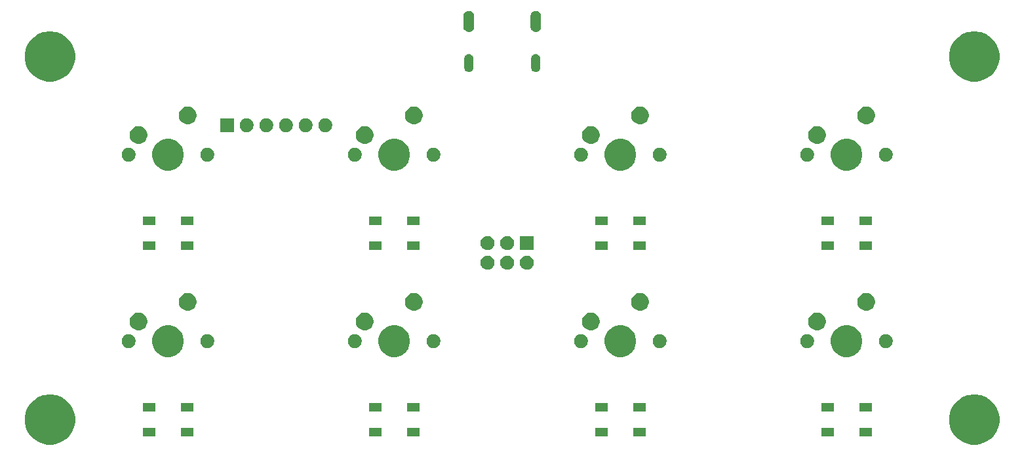
<source format=gbr>
G04 #@! TF.GenerationSoftware,KiCad,Pcbnew,(5.1.5)-3*
G04 #@! TF.CreationDate,2020-04-15T22:49:56+02:00*
G04 #@! TF.ProjectId,makroboard,6d616b72-6f62-46f6-9172-642e6b696361,rev?*
G04 #@! TF.SameCoordinates,Original*
G04 #@! TF.FileFunction,Soldermask,Top*
G04 #@! TF.FilePolarity,Negative*
%FSLAX46Y46*%
G04 Gerber Fmt 4.6, Leading zero omitted, Abs format (unit mm)*
G04 Created by KiCad (PCBNEW (5.1.5)-3) date 2020-04-15 22:49:56*
%MOMM*%
%LPD*%
G04 APERTURE LIST*
%ADD10C,0.100000*%
G04 APERTURE END LIST*
D10*
G36*
X154304239Y-71741467D02*
G01*
X154618282Y-71803934D01*
X155209926Y-72049001D01*
X155742392Y-72404784D01*
X156195216Y-72857608D01*
X156550999Y-73390074D01*
X156796066Y-73981718D01*
X156921000Y-74609804D01*
X156921000Y-75250196D01*
X156796066Y-75878282D01*
X156550999Y-76469926D01*
X156195216Y-77002392D01*
X155742392Y-77455216D01*
X155209926Y-77810999D01*
X154618282Y-78056066D01*
X154304239Y-78118533D01*
X153990197Y-78181000D01*
X153349803Y-78181000D01*
X153035761Y-78118533D01*
X152721718Y-78056066D01*
X152130074Y-77810999D01*
X151597608Y-77455216D01*
X151144784Y-77002392D01*
X150789001Y-76469926D01*
X150543934Y-75878282D01*
X150419000Y-75250196D01*
X150419000Y-74609804D01*
X150543934Y-73981718D01*
X150789001Y-73390074D01*
X151144784Y-72857608D01*
X151597608Y-72404784D01*
X152130074Y-72049001D01*
X152721718Y-71803934D01*
X153035761Y-71741467D01*
X153349803Y-71679000D01*
X153990197Y-71679000D01*
X154304239Y-71741467D01*
G37*
G36*
X34924239Y-71741467D02*
G01*
X35238282Y-71803934D01*
X35829926Y-72049001D01*
X36362392Y-72404784D01*
X36815216Y-72857608D01*
X37170999Y-73390074D01*
X37416066Y-73981718D01*
X37541000Y-74609804D01*
X37541000Y-75250196D01*
X37416066Y-75878282D01*
X37170999Y-76469926D01*
X36815216Y-77002392D01*
X36362392Y-77455216D01*
X35829926Y-77810999D01*
X35238282Y-78056066D01*
X34924239Y-78118533D01*
X34610197Y-78181000D01*
X33969803Y-78181000D01*
X33655761Y-78118533D01*
X33341718Y-78056066D01*
X32750074Y-77810999D01*
X32217608Y-77455216D01*
X31764784Y-77002392D01*
X31409001Y-76469926D01*
X31163934Y-75878282D01*
X31039000Y-75250196D01*
X31039000Y-74609804D01*
X31163934Y-73981718D01*
X31409001Y-73390074D01*
X31764784Y-72857608D01*
X32217608Y-72404784D01*
X32750074Y-72049001D01*
X33341718Y-71803934D01*
X33655761Y-71741467D01*
X33969803Y-71679000D01*
X34610197Y-71679000D01*
X34924239Y-71741467D01*
G37*
G36*
X77091000Y-77081000D02*
G01*
X75489000Y-77081000D01*
X75489000Y-75979000D01*
X77091000Y-75979000D01*
X77091000Y-77081000D01*
G37*
G36*
X81991000Y-77081000D02*
G01*
X80389000Y-77081000D01*
X80389000Y-75979000D01*
X81991000Y-75979000D01*
X81991000Y-77081000D01*
G37*
G36*
X52781000Y-77081000D02*
G01*
X51179000Y-77081000D01*
X51179000Y-75979000D01*
X52781000Y-75979000D01*
X52781000Y-77081000D01*
G37*
G36*
X47881000Y-77081000D02*
G01*
X46279000Y-77081000D01*
X46279000Y-75979000D01*
X47881000Y-75979000D01*
X47881000Y-77081000D01*
G37*
G36*
X111201000Y-77081000D02*
G01*
X109599000Y-77081000D01*
X109599000Y-75979000D01*
X111201000Y-75979000D01*
X111201000Y-77081000D01*
G37*
G36*
X106301000Y-77081000D02*
G01*
X104699000Y-77081000D01*
X104699000Y-75979000D01*
X106301000Y-75979000D01*
X106301000Y-77081000D01*
G37*
G36*
X135511000Y-77081000D02*
G01*
X133909000Y-77081000D01*
X133909000Y-75979000D01*
X135511000Y-75979000D01*
X135511000Y-77081000D01*
G37*
G36*
X140411000Y-77081000D02*
G01*
X138809000Y-77081000D01*
X138809000Y-75979000D01*
X140411000Y-75979000D01*
X140411000Y-77081000D01*
G37*
G36*
X111201000Y-73881000D02*
G01*
X109599000Y-73881000D01*
X109599000Y-72779000D01*
X111201000Y-72779000D01*
X111201000Y-73881000D01*
G37*
G36*
X52781000Y-73881000D02*
G01*
X51179000Y-73881000D01*
X51179000Y-72779000D01*
X52781000Y-72779000D01*
X52781000Y-73881000D01*
G37*
G36*
X81991000Y-73881000D02*
G01*
X80389000Y-73881000D01*
X80389000Y-72779000D01*
X81991000Y-72779000D01*
X81991000Y-73881000D01*
G37*
G36*
X47881000Y-73881000D02*
G01*
X46279000Y-73881000D01*
X46279000Y-72779000D01*
X47881000Y-72779000D01*
X47881000Y-73881000D01*
G37*
G36*
X77091000Y-73881000D02*
G01*
X75489000Y-73881000D01*
X75489000Y-72779000D01*
X77091000Y-72779000D01*
X77091000Y-73881000D01*
G37*
G36*
X106301000Y-73881000D02*
G01*
X104699000Y-73881000D01*
X104699000Y-72779000D01*
X106301000Y-72779000D01*
X106301000Y-73881000D01*
G37*
G36*
X135511000Y-73881000D02*
G01*
X133909000Y-73881000D01*
X133909000Y-72779000D01*
X135511000Y-72779000D01*
X135511000Y-73881000D01*
G37*
G36*
X140411000Y-73881000D02*
G01*
X138809000Y-73881000D01*
X138809000Y-72779000D01*
X140411000Y-72779000D01*
X140411000Y-73881000D01*
G37*
G36*
X137758254Y-62797818D02*
G01*
X138131511Y-62952426D01*
X138131513Y-62952427D01*
X138467436Y-63176884D01*
X138753116Y-63462564D01*
X138977574Y-63798489D01*
X139132182Y-64171746D01*
X139211000Y-64567993D01*
X139211000Y-64972007D01*
X139132182Y-65368254D01*
X138977574Y-65741511D01*
X138977573Y-65741513D01*
X138753116Y-66077436D01*
X138467436Y-66363116D01*
X138131513Y-66587573D01*
X138131512Y-66587574D01*
X138131511Y-66587574D01*
X137758254Y-66742182D01*
X137362007Y-66821000D01*
X136957993Y-66821000D01*
X136561746Y-66742182D01*
X136188489Y-66587574D01*
X136188488Y-66587574D01*
X136188487Y-66587573D01*
X135852564Y-66363116D01*
X135566884Y-66077436D01*
X135342427Y-65741513D01*
X135342426Y-65741511D01*
X135187818Y-65368254D01*
X135109000Y-64972007D01*
X135109000Y-64567993D01*
X135187818Y-64171746D01*
X135342426Y-63798489D01*
X135566884Y-63462564D01*
X135852564Y-63176884D01*
X136188487Y-62952427D01*
X136188489Y-62952426D01*
X136561746Y-62797818D01*
X136957993Y-62719000D01*
X137362007Y-62719000D01*
X137758254Y-62797818D01*
G37*
G36*
X79338254Y-62797818D02*
G01*
X79711511Y-62952426D01*
X79711513Y-62952427D01*
X80047436Y-63176884D01*
X80333116Y-63462564D01*
X80557574Y-63798489D01*
X80712182Y-64171746D01*
X80791000Y-64567993D01*
X80791000Y-64972007D01*
X80712182Y-65368254D01*
X80557574Y-65741511D01*
X80557573Y-65741513D01*
X80333116Y-66077436D01*
X80047436Y-66363116D01*
X79711513Y-66587573D01*
X79711512Y-66587574D01*
X79711511Y-66587574D01*
X79338254Y-66742182D01*
X78942007Y-66821000D01*
X78537993Y-66821000D01*
X78141746Y-66742182D01*
X77768489Y-66587574D01*
X77768488Y-66587574D01*
X77768487Y-66587573D01*
X77432564Y-66363116D01*
X77146884Y-66077436D01*
X76922427Y-65741513D01*
X76922426Y-65741511D01*
X76767818Y-65368254D01*
X76689000Y-64972007D01*
X76689000Y-64567993D01*
X76767818Y-64171746D01*
X76922426Y-63798489D01*
X77146884Y-63462564D01*
X77432564Y-63176884D01*
X77768487Y-62952427D01*
X77768489Y-62952426D01*
X78141746Y-62797818D01*
X78537993Y-62719000D01*
X78942007Y-62719000D01*
X79338254Y-62797818D01*
G37*
G36*
X50128254Y-62797818D02*
G01*
X50501511Y-62952426D01*
X50501513Y-62952427D01*
X50837436Y-63176884D01*
X51123116Y-63462564D01*
X51347574Y-63798489D01*
X51502182Y-64171746D01*
X51581000Y-64567993D01*
X51581000Y-64972007D01*
X51502182Y-65368254D01*
X51347574Y-65741511D01*
X51347573Y-65741513D01*
X51123116Y-66077436D01*
X50837436Y-66363116D01*
X50501513Y-66587573D01*
X50501512Y-66587574D01*
X50501511Y-66587574D01*
X50128254Y-66742182D01*
X49732007Y-66821000D01*
X49327993Y-66821000D01*
X48931746Y-66742182D01*
X48558489Y-66587574D01*
X48558488Y-66587574D01*
X48558487Y-66587573D01*
X48222564Y-66363116D01*
X47936884Y-66077436D01*
X47712427Y-65741513D01*
X47712426Y-65741511D01*
X47557818Y-65368254D01*
X47479000Y-64972007D01*
X47479000Y-64567993D01*
X47557818Y-64171746D01*
X47712426Y-63798489D01*
X47936884Y-63462564D01*
X48222564Y-63176884D01*
X48558487Y-62952427D01*
X48558489Y-62952426D01*
X48931746Y-62797818D01*
X49327993Y-62719000D01*
X49732007Y-62719000D01*
X50128254Y-62797818D01*
G37*
G36*
X108548254Y-62797818D02*
G01*
X108921511Y-62952426D01*
X108921513Y-62952427D01*
X109257436Y-63176884D01*
X109543116Y-63462564D01*
X109767574Y-63798489D01*
X109922182Y-64171746D01*
X110001000Y-64567993D01*
X110001000Y-64972007D01*
X109922182Y-65368254D01*
X109767574Y-65741511D01*
X109767573Y-65741513D01*
X109543116Y-66077436D01*
X109257436Y-66363116D01*
X108921513Y-66587573D01*
X108921512Y-66587574D01*
X108921511Y-66587574D01*
X108548254Y-66742182D01*
X108152007Y-66821000D01*
X107747993Y-66821000D01*
X107351746Y-66742182D01*
X106978489Y-66587574D01*
X106978488Y-66587574D01*
X106978487Y-66587573D01*
X106642564Y-66363116D01*
X106356884Y-66077436D01*
X106132427Y-65741513D01*
X106132426Y-65741511D01*
X105977818Y-65368254D01*
X105899000Y-64972007D01*
X105899000Y-64567993D01*
X105977818Y-64171746D01*
X106132426Y-63798489D01*
X106356884Y-63462564D01*
X106642564Y-63176884D01*
X106978487Y-62952427D01*
X106978489Y-62952426D01*
X107351746Y-62797818D01*
X107747993Y-62719000D01*
X108152007Y-62719000D01*
X108548254Y-62797818D01*
G37*
G36*
X54723512Y-63873927D02*
G01*
X54872812Y-63903624D01*
X55036784Y-63971544D01*
X55184354Y-64070147D01*
X55309853Y-64195646D01*
X55408456Y-64343216D01*
X55476376Y-64507188D01*
X55511000Y-64681259D01*
X55511000Y-64858741D01*
X55476376Y-65032812D01*
X55408456Y-65196784D01*
X55309853Y-65344354D01*
X55184354Y-65469853D01*
X55036784Y-65568456D01*
X54872812Y-65636376D01*
X54723512Y-65666073D01*
X54698742Y-65671000D01*
X54521258Y-65671000D01*
X54496488Y-65666073D01*
X54347188Y-65636376D01*
X54183216Y-65568456D01*
X54035646Y-65469853D01*
X53910147Y-65344354D01*
X53811544Y-65196784D01*
X53743624Y-65032812D01*
X53709000Y-64858741D01*
X53709000Y-64681259D01*
X53743624Y-64507188D01*
X53811544Y-64343216D01*
X53910147Y-64195646D01*
X54035646Y-64070147D01*
X54183216Y-63971544D01*
X54347188Y-63903624D01*
X54496488Y-63873927D01*
X54521258Y-63869000D01*
X54698742Y-63869000D01*
X54723512Y-63873927D01*
G37*
G36*
X102983512Y-63873927D02*
G01*
X103132812Y-63903624D01*
X103296784Y-63971544D01*
X103444354Y-64070147D01*
X103569853Y-64195646D01*
X103668456Y-64343216D01*
X103736376Y-64507188D01*
X103771000Y-64681259D01*
X103771000Y-64858741D01*
X103736376Y-65032812D01*
X103668456Y-65196784D01*
X103569853Y-65344354D01*
X103444354Y-65469853D01*
X103296784Y-65568456D01*
X103132812Y-65636376D01*
X102983512Y-65666073D01*
X102958742Y-65671000D01*
X102781258Y-65671000D01*
X102756488Y-65666073D01*
X102607188Y-65636376D01*
X102443216Y-65568456D01*
X102295646Y-65469853D01*
X102170147Y-65344354D01*
X102071544Y-65196784D01*
X102003624Y-65032812D01*
X101969000Y-64858741D01*
X101969000Y-64681259D01*
X102003624Y-64507188D01*
X102071544Y-64343216D01*
X102170147Y-64195646D01*
X102295646Y-64070147D01*
X102443216Y-63971544D01*
X102607188Y-63903624D01*
X102756488Y-63873927D01*
X102781258Y-63869000D01*
X102958742Y-63869000D01*
X102983512Y-63873927D01*
G37*
G36*
X132193512Y-63873927D02*
G01*
X132342812Y-63903624D01*
X132506784Y-63971544D01*
X132654354Y-64070147D01*
X132779853Y-64195646D01*
X132878456Y-64343216D01*
X132946376Y-64507188D01*
X132981000Y-64681259D01*
X132981000Y-64858741D01*
X132946376Y-65032812D01*
X132878456Y-65196784D01*
X132779853Y-65344354D01*
X132654354Y-65469853D01*
X132506784Y-65568456D01*
X132342812Y-65636376D01*
X132193512Y-65666073D01*
X132168742Y-65671000D01*
X131991258Y-65671000D01*
X131966488Y-65666073D01*
X131817188Y-65636376D01*
X131653216Y-65568456D01*
X131505646Y-65469853D01*
X131380147Y-65344354D01*
X131281544Y-65196784D01*
X131213624Y-65032812D01*
X131179000Y-64858741D01*
X131179000Y-64681259D01*
X131213624Y-64507188D01*
X131281544Y-64343216D01*
X131380147Y-64195646D01*
X131505646Y-64070147D01*
X131653216Y-63971544D01*
X131817188Y-63903624D01*
X131966488Y-63873927D01*
X131991258Y-63869000D01*
X132168742Y-63869000D01*
X132193512Y-63873927D01*
G37*
G36*
X142353512Y-63873927D02*
G01*
X142502812Y-63903624D01*
X142666784Y-63971544D01*
X142814354Y-64070147D01*
X142939853Y-64195646D01*
X143038456Y-64343216D01*
X143106376Y-64507188D01*
X143141000Y-64681259D01*
X143141000Y-64858741D01*
X143106376Y-65032812D01*
X143038456Y-65196784D01*
X142939853Y-65344354D01*
X142814354Y-65469853D01*
X142666784Y-65568456D01*
X142502812Y-65636376D01*
X142353512Y-65666073D01*
X142328742Y-65671000D01*
X142151258Y-65671000D01*
X142126488Y-65666073D01*
X141977188Y-65636376D01*
X141813216Y-65568456D01*
X141665646Y-65469853D01*
X141540147Y-65344354D01*
X141441544Y-65196784D01*
X141373624Y-65032812D01*
X141339000Y-64858741D01*
X141339000Y-64681259D01*
X141373624Y-64507188D01*
X141441544Y-64343216D01*
X141540147Y-64195646D01*
X141665646Y-64070147D01*
X141813216Y-63971544D01*
X141977188Y-63903624D01*
X142126488Y-63873927D01*
X142151258Y-63869000D01*
X142328742Y-63869000D01*
X142353512Y-63873927D01*
G37*
G36*
X83933512Y-63873927D02*
G01*
X84082812Y-63903624D01*
X84246784Y-63971544D01*
X84394354Y-64070147D01*
X84519853Y-64195646D01*
X84618456Y-64343216D01*
X84686376Y-64507188D01*
X84721000Y-64681259D01*
X84721000Y-64858741D01*
X84686376Y-65032812D01*
X84618456Y-65196784D01*
X84519853Y-65344354D01*
X84394354Y-65469853D01*
X84246784Y-65568456D01*
X84082812Y-65636376D01*
X83933512Y-65666073D01*
X83908742Y-65671000D01*
X83731258Y-65671000D01*
X83706488Y-65666073D01*
X83557188Y-65636376D01*
X83393216Y-65568456D01*
X83245646Y-65469853D01*
X83120147Y-65344354D01*
X83021544Y-65196784D01*
X82953624Y-65032812D01*
X82919000Y-64858741D01*
X82919000Y-64681259D01*
X82953624Y-64507188D01*
X83021544Y-64343216D01*
X83120147Y-64195646D01*
X83245646Y-64070147D01*
X83393216Y-63971544D01*
X83557188Y-63903624D01*
X83706488Y-63873927D01*
X83731258Y-63869000D01*
X83908742Y-63869000D01*
X83933512Y-63873927D01*
G37*
G36*
X113143512Y-63873927D02*
G01*
X113292812Y-63903624D01*
X113456784Y-63971544D01*
X113604354Y-64070147D01*
X113729853Y-64195646D01*
X113828456Y-64343216D01*
X113896376Y-64507188D01*
X113931000Y-64681259D01*
X113931000Y-64858741D01*
X113896376Y-65032812D01*
X113828456Y-65196784D01*
X113729853Y-65344354D01*
X113604354Y-65469853D01*
X113456784Y-65568456D01*
X113292812Y-65636376D01*
X113143512Y-65666073D01*
X113118742Y-65671000D01*
X112941258Y-65671000D01*
X112916488Y-65666073D01*
X112767188Y-65636376D01*
X112603216Y-65568456D01*
X112455646Y-65469853D01*
X112330147Y-65344354D01*
X112231544Y-65196784D01*
X112163624Y-65032812D01*
X112129000Y-64858741D01*
X112129000Y-64681259D01*
X112163624Y-64507188D01*
X112231544Y-64343216D01*
X112330147Y-64195646D01*
X112455646Y-64070147D01*
X112603216Y-63971544D01*
X112767188Y-63903624D01*
X112916488Y-63873927D01*
X112941258Y-63869000D01*
X113118742Y-63869000D01*
X113143512Y-63873927D01*
G37*
G36*
X44563512Y-63873927D02*
G01*
X44712812Y-63903624D01*
X44876784Y-63971544D01*
X45024354Y-64070147D01*
X45149853Y-64195646D01*
X45248456Y-64343216D01*
X45316376Y-64507188D01*
X45351000Y-64681259D01*
X45351000Y-64858741D01*
X45316376Y-65032812D01*
X45248456Y-65196784D01*
X45149853Y-65344354D01*
X45024354Y-65469853D01*
X44876784Y-65568456D01*
X44712812Y-65636376D01*
X44563512Y-65666073D01*
X44538742Y-65671000D01*
X44361258Y-65671000D01*
X44336488Y-65666073D01*
X44187188Y-65636376D01*
X44023216Y-65568456D01*
X43875646Y-65469853D01*
X43750147Y-65344354D01*
X43651544Y-65196784D01*
X43583624Y-65032812D01*
X43549000Y-64858741D01*
X43549000Y-64681259D01*
X43583624Y-64507188D01*
X43651544Y-64343216D01*
X43750147Y-64195646D01*
X43875646Y-64070147D01*
X44023216Y-63971544D01*
X44187188Y-63903624D01*
X44336488Y-63873927D01*
X44361258Y-63869000D01*
X44538742Y-63869000D01*
X44563512Y-63873927D01*
G37*
G36*
X73773512Y-63873927D02*
G01*
X73922812Y-63903624D01*
X74086784Y-63971544D01*
X74234354Y-64070147D01*
X74359853Y-64195646D01*
X74458456Y-64343216D01*
X74526376Y-64507188D01*
X74561000Y-64681259D01*
X74561000Y-64858741D01*
X74526376Y-65032812D01*
X74458456Y-65196784D01*
X74359853Y-65344354D01*
X74234354Y-65469853D01*
X74086784Y-65568456D01*
X73922812Y-65636376D01*
X73773512Y-65666073D01*
X73748742Y-65671000D01*
X73571258Y-65671000D01*
X73546488Y-65666073D01*
X73397188Y-65636376D01*
X73233216Y-65568456D01*
X73085646Y-65469853D01*
X72960147Y-65344354D01*
X72861544Y-65196784D01*
X72793624Y-65032812D01*
X72759000Y-64858741D01*
X72759000Y-64681259D01*
X72793624Y-64507188D01*
X72861544Y-64343216D01*
X72960147Y-64195646D01*
X73085646Y-64070147D01*
X73233216Y-63971544D01*
X73397188Y-63903624D01*
X73546488Y-63873927D01*
X73571258Y-63869000D01*
X73748742Y-63869000D01*
X73773512Y-63873927D01*
G37*
G36*
X75154549Y-61101116D02*
G01*
X75265734Y-61123232D01*
X75475203Y-61209997D01*
X75663720Y-61335960D01*
X75824040Y-61496280D01*
X75950003Y-61684797D01*
X76036768Y-61894266D01*
X76081000Y-62116636D01*
X76081000Y-62343364D01*
X76036768Y-62565734D01*
X75950003Y-62775203D01*
X75824040Y-62963720D01*
X75663720Y-63124040D01*
X75475203Y-63250003D01*
X75265734Y-63336768D01*
X75154549Y-63358884D01*
X75043365Y-63381000D01*
X74816635Y-63381000D01*
X74705451Y-63358884D01*
X74594266Y-63336768D01*
X74384797Y-63250003D01*
X74196280Y-63124040D01*
X74035960Y-62963720D01*
X73909997Y-62775203D01*
X73823232Y-62565734D01*
X73779000Y-62343364D01*
X73779000Y-62116636D01*
X73823232Y-61894266D01*
X73909997Y-61684797D01*
X74035960Y-61496280D01*
X74196280Y-61335960D01*
X74384797Y-61209997D01*
X74594266Y-61123232D01*
X74705451Y-61101116D01*
X74816635Y-61079000D01*
X75043365Y-61079000D01*
X75154549Y-61101116D01*
G37*
G36*
X45944549Y-61101116D02*
G01*
X46055734Y-61123232D01*
X46265203Y-61209997D01*
X46453720Y-61335960D01*
X46614040Y-61496280D01*
X46740003Y-61684797D01*
X46826768Y-61894266D01*
X46871000Y-62116636D01*
X46871000Y-62343364D01*
X46826768Y-62565734D01*
X46740003Y-62775203D01*
X46614040Y-62963720D01*
X46453720Y-63124040D01*
X46265203Y-63250003D01*
X46055734Y-63336768D01*
X45944549Y-63358884D01*
X45833365Y-63381000D01*
X45606635Y-63381000D01*
X45495451Y-63358884D01*
X45384266Y-63336768D01*
X45174797Y-63250003D01*
X44986280Y-63124040D01*
X44825960Y-62963720D01*
X44699997Y-62775203D01*
X44613232Y-62565734D01*
X44569000Y-62343364D01*
X44569000Y-62116636D01*
X44613232Y-61894266D01*
X44699997Y-61684797D01*
X44825960Y-61496280D01*
X44986280Y-61335960D01*
X45174797Y-61209997D01*
X45384266Y-61123232D01*
X45495451Y-61101116D01*
X45606635Y-61079000D01*
X45833365Y-61079000D01*
X45944549Y-61101116D01*
G37*
G36*
X104364549Y-61101116D02*
G01*
X104475734Y-61123232D01*
X104685203Y-61209997D01*
X104873720Y-61335960D01*
X105034040Y-61496280D01*
X105160003Y-61684797D01*
X105246768Y-61894266D01*
X105291000Y-62116636D01*
X105291000Y-62343364D01*
X105246768Y-62565734D01*
X105160003Y-62775203D01*
X105034040Y-62963720D01*
X104873720Y-63124040D01*
X104685203Y-63250003D01*
X104475734Y-63336768D01*
X104364549Y-63358884D01*
X104253365Y-63381000D01*
X104026635Y-63381000D01*
X103915451Y-63358884D01*
X103804266Y-63336768D01*
X103594797Y-63250003D01*
X103406280Y-63124040D01*
X103245960Y-62963720D01*
X103119997Y-62775203D01*
X103033232Y-62565734D01*
X102989000Y-62343364D01*
X102989000Y-62116636D01*
X103033232Y-61894266D01*
X103119997Y-61684797D01*
X103245960Y-61496280D01*
X103406280Y-61335960D01*
X103594797Y-61209997D01*
X103804266Y-61123232D01*
X103915451Y-61101116D01*
X104026635Y-61079000D01*
X104253365Y-61079000D01*
X104364549Y-61101116D01*
G37*
G36*
X133574549Y-61101116D02*
G01*
X133685734Y-61123232D01*
X133895203Y-61209997D01*
X134083720Y-61335960D01*
X134244040Y-61496280D01*
X134370003Y-61684797D01*
X134456768Y-61894266D01*
X134501000Y-62116636D01*
X134501000Y-62343364D01*
X134456768Y-62565734D01*
X134370003Y-62775203D01*
X134244040Y-62963720D01*
X134083720Y-63124040D01*
X133895203Y-63250003D01*
X133685734Y-63336768D01*
X133574549Y-63358884D01*
X133463365Y-63381000D01*
X133236635Y-63381000D01*
X133125451Y-63358884D01*
X133014266Y-63336768D01*
X132804797Y-63250003D01*
X132616280Y-63124040D01*
X132455960Y-62963720D01*
X132329997Y-62775203D01*
X132243232Y-62565734D01*
X132199000Y-62343364D01*
X132199000Y-62116636D01*
X132243232Y-61894266D01*
X132329997Y-61684797D01*
X132455960Y-61496280D01*
X132616280Y-61335960D01*
X132804797Y-61209997D01*
X133014266Y-61123232D01*
X133125451Y-61101116D01*
X133236635Y-61079000D01*
X133463365Y-61079000D01*
X133574549Y-61101116D01*
G37*
G36*
X52294549Y-58561116D02*
G01*
X52405734Y-58583232D01*
X52615203Y-58669997D01*
X52803720Y-58795960D01*
X52964040Y-58956280D01*
X53090003Y-59144797D01*
X53176768Y-59354266D01*
X53221000Y-59576636D01*
X53221000Y-59803364D01*
X53176768Y-60025734D01*
X53090003Y-60235203D01*
X52964040Y-60423720D01*
X52803720Y-60584040D01*
X52615203Y-60710003D01*
X52405734Y-60796768D01*
X52294549Y-60818884D01*
X52183365Y-60841000D01*
X51956635Y-60841000D01*
X51845451Y-60818884D01*
X51734266Y-60796768D01*
X51524797Y-60710003D01*
X51336280Y-60584040D01*
X51175960Y-60423720D01*
X51049997Y-60235203D01*
X50963232Y-60025734D01*
X50919000Y-59803364D01*
X50919000Y-59576636D01*
X50963232Y-59354266D01*
X51049997Y-59144797D01*
X51175960Y-58956280D01*
X51336280Y-58795960D01*
X51524797Y-58669997D01*
X51734266Y-58583232D01*
X51845451Y-58561116D01*
X51956635Y-58539000D01*
X52183365Y-58539000D01*
X52294549Y-58561116D01*
G37*
G36*
X110714549Y-58561116D02*
G01*
X110825734Y-58583232D01*
X111035203Y-58669997D01*
X111223720Y-58795960D01*
X111384040Y-58956280D01*
X111510003Y-59144797D01*
X111596768Y-59354266D01*
X111641000Y-59576636D01*
X111641000Y-59803364D01*
X111596768Y-60025734D01*
X111510003Y-60235203D01*
X111384040Y-60423720D01*
X111223720Y-60584040D01*
X111035203Y-60710003D01*
X110825734Y-60796768D01*
X110714549Y-60818884D01*
X110603365Y-60841000D01*
X110376635Y-60841000D01*
X110265451Y-60818884D01*
X110154266Y-60796768D01*
X109944797Y-60710003D01*
X109756280Y-60584040D01*
X109595960Y-60423720D01*
X109469997Y-60235203D01*
X109383232Y-60025734D01*
X109339000Y-59803364D01*
X109339000Y-59576636D01*
X109383232Y-59354266D01*
X109469997Y-59144797D01*
X109595960Y-58956280D01*
X109756280Y-58795960D01*
X109944797Y-58669997D01*
X110154266Y-58583232D01*
X110265451Y-58561116D01*
X110376635Y-58539000D01*
X110603365Y-58539000D01*
X110714549Y-58561116D01*
G37*
G36*
X139924549Y-58561116D02*
G01*
X140035734Y-58583232D01*
X140245203Y-58669997D01*
X140433720Y-58795960D01*
X140594040Y-58956280D01*
X140720003Y-59144797D01*
X140806768Y-59354266D01*
X140851000Y-59576636D01*
X140851000Y-59803364D01*
X140806768Y-60025734D01*
X140720003Y-60235203D01*
X140594040Y-60423720D01*
X140433720Y-60584040D01*
X140245203Y-60710003D01*
X140035734Y-60796768D01*
X139924549Y-60818884D01*
X139813365Y-60841000D01*
X139586635Y-60841000D01*
X139475451Y-60818884D01*
X139364266Y-60796768D01*
X139154797Y-60710003D01*
X138966280Y-60584040D01*
X138805960Y-60423720D01*
X138679997Y-60235203D01*
X138593232Y-60025734D01*
X138549000Y-59803364D01*
X138549000Y-59576636D01*
X138593232Y-59354266D01*
X138679997Y-59144797D01*
X138805960Y-58956280D01*
X138966280Y-58795960D01*
X139154797Y-58669997D01*
X139364266Y-58583232D01*
X139475451Y-58561116D01*
X139586635Y-58539000D01*
X139813365Y-58539000D01*
X139924549Y-58561116D01*
G37*
G36*
X81504549Y-58561116D02*
G01*
X81615734Y-58583232D01*
X81825203Y-58669997D01*
X82013720Y-58795960D01*
X82174040Y-58956280D01*
X82300003Y-59144797D01*
X82386768Y-59354266D01*
X82431000Y-59576636D01*
X82431000Y-59803364D01*
X82386768Y-60025734D01*
X82300003Y-60235203D01*
X82174040Y-60423720D01*
X82013720Y-60584040D01*
X81825203Y-60710003D01*
X81615734Y-60796768D01*
X81504549Y-60818884D01*
X81393365Y-60841000D01*
X81166635Y-60841000D01*
X81055451Y-60818884D01*
X80944266Y-60796768D01*
X80734797Y-60710003D01*
X80546280Y-60584040D01*
X80385960Y-60423720D01*
X80259997Y-60235203D01*
X80173232Y-60025734D01*
X80129000Y-59803364D01*
X80129000Y-59576636D01*
X80173232Y-59354266D01*
X80259997Y-59144797D01*
X80385960Y-58956280D01*
X80546280Y-58795960D01*
X80734797Y-58669997D01*
X80944266Y-58583232D01*
X81055451Y-58561116D01*
X81166635Y-58539000D01*
X81393365Y-58539000D01*
X81504549Y-58561116D01*
G37*
G36*
X95998512Y-53713927D02*
G01*
X96147812Y-53743624D01*
X96311784Y-53811544D01*
X96459354Y-53910147D01*
X96584853Y-54035646D01*
X96683456Y-54183216D01*
X96751376Y-54347188D01*
X96786000Y-54521259D01*
X96786000Y-54698741D01*
X96751376Y-54872812D01*
X96683456Y-55036784D01*
X96584853Y-55184354D01*
X96459354Y-55309853D01*
X96311784Y-55408456D01*
X96147812Y-55476376D01*
X95998512Y-55506073D01*
X95973742Y-55511000D01*
X95796258Y-55511000D01*
X95771488Y-55506073D01*
X95622188Y-55476376D01*
X95458216Y-55408456D01*
X95310646Y-55309853D01*
X95185147Y-55184354D01*
X95086544Y-55036784D01*
X95018624Y-54872812D01*
X94984000Y-54698741D01*
X94984000Y-54521259D01*
X95018624Y-54347188D01*
X95086544Y-54183216D01*
X95185147Y-54035646D01*
X95310646Y-53910147D01*
X95458216Y-53811544D01*
X95622188Y-53743624D01*
X95771488Y-53713927D01*
X95796258Y-53709000D01*
X95973742Y-53709000D01*
X95998512Y-53713927D01*
G37*
G36*
X93458512Y-53713927D02*
G01*
X93607812Y-53743624D01*
X93771784Y-53811544D01*
X93919354Y-53910147D01*
X94044853Y-54035646D01*
X94143456Y-54183216D01*
X94211376Y-54347188D01*
X94246000Y-54521259D01*
X94246000Y-54698741D01*
X94211376Y-54872812D01*
X94143456Y-55036784D01*
X94044853Y-55184354D01*
X93919354Y-55309853D01*
X93771784Y-55408456D01*
X93607812Y-55476376D01*
X93458512Y-55506073D01*
X93433742Y-55511000D01*
X93256258Y-55511000D01*
X93231488Y-55506073D01*
X93082188Y-55476376D01*
X92918216Y-55408456D01*
X92770646Y-55309853D01*
X92645147Y-55184354D01*
X92546544Y-55036784D01*
X92478624Y-54872812D01*
X92444000Y-54698741D01*
X92444000Y-54521259D01*
X92478624Y-54347188D01*
X92546544Y-54183216D01*
X92645147Y-54035646D01*
X92770646Y-53910147D01*
X92918216Y-53811544D01*
X93082188Y-53743624D01*
X93231488Y-53713927D01*
X93256258Y-53709000D01*
X93433742Y-53709000D01*
X93458512Y-53713927D01*
G37*
G36*
X90918512Y-53713927D02*
G01*
X91067812Y-53743624D01*
X91231784Y-53811544D01*
X91379354Y-53910147D01*
X91504853Y-54035646D01*
X91603456Y-54183216D01*
X91671376Y-54347188D01*
X91706000Y-54521259D01*
X91706000Y-54698741D01*
X91671376Y-54872812D01*
X91603456Y-55036784D01*
X91504853Y-55184354D01*
X91379354Y-55309853D01*
X91231784Y-55408456D01*
X91067812Y-55476376D01*
X90918512Y-55506073D01*
X90893742Y-55511000D01*
X90716258Y-55511000D01*
X90691488Y-55506073D01*
X90542188Y-55476376D01*
X90378216Y-55408456D01*
X90230646Y-55309853D01*
X90105147Y-55184354D01*
X90006544Y-55036784D01*
X89938624Y-54872812D01*
X89904000Y-54698741D01*
X89904000Y-54521259D01*
X89938624Y-54347188D01*
X90006544Y-54183216D01*
X90105147Y-54035646D01*
X90230646Y-53910147D01*
X90378216Y-53811544D01*
X90542188Y-53743624D01*
X90691488Y-53713927D01*
X90716258Y-53709000D01*
X90893742Y-53709000D01*
X90918512Y-53713927D01*
G37*
G36*
X90918512Y-51173927D02*
G01*
X91067812Y-51203624D01*
X91231784Y-51271544D01*
X91379354Y-51370147D01*
X91504853Y-51495646D01*
X91603456Y-51643216D01*
X91671376Y-51807188D01*
X91706000Y-51981259D01*
X91706000Y-52158741D01*
X91671376Y-52332812D01*
X91603456Y-52496784D01*
X91504853Y-52644354D01*
X91379354Y-52769853D01*
X91231784Y-52868456D01*
X91067812Y-52936376D01*
X90918512Y-52966073D01*
X90893742Y-52971000D01*
X90716258Y-52971000D01*
X90691488Y-52966073D01*
X90542188Y-52936376D01*
X90378216Y-52868456D01*
X90230646Y-52769853D01*
X90105147Y-52644354D01*
X90006544Y-52496784D01*
X89938624Y-52332812D01*
X89904000Y-52158741D01*
X89904000Y-51981259D01*
X89938624Y-51807188D01*
X90006544Y-51643216D01*
X90105147Y-51495646D01*
X90230646Y-51370147D01*
X90378216Y-51271544D01*
X90542188Y-51203624D01*
X90691488Y-51173927D01*
X90716258Y-51169000D01*
X90893742Y-51169000D01*
X90918512Y-51173927D01*
G37*
G36*
X96786000Y-52971000D02*
G01*
X94984000Y-52971000D01*
X94984000Y-51169000D01*
X96786000Y-51169000D01*
X96786000Y-52971000D01*
G37*
G36*
X93458512Y-51173927D02*
G01*
X93607812Y-51203624D01*
X93771784Y-51271544D01*
X93919354Y-51370147D01*
X94044853Y-51495646D01*
X94143456Y-51643216D01*
X94211376Y-51807188D01*
X94246000Y-51981259D01*
X94246000Y-52158741D01*
X94211376Y-52332812D01*
X94143456Y-52496784D01*
X94044853Y-52644354D01*
X93919354Y-52769853D01*
X93771784Y-52868456D01*
X93607812Y-52936376D01*
X93458512Y-52966073D01*
X93433742Y-52971000D01*
X93256258Y-52971000D01*
X93231488Y-52966073D01*
X93082188Y-52936376D01*
X92918216Y-52868456D01*
X92770646Y-52769853D01*
X92645147Y-52644354D01*
X92546544Y-52496784D01*
X92478624Y-52332812D01*
X92444000Y-52158741D01*
X92444000Y-51981259D01*
X92478624Y-51807188D01*
X92546544Y-51643216D01*
X92645147Y-51495646D01*
X92770646Y-51370147D01*
X92918216Y-51271544D01*
X93082188Y-51203624D01*
X93231488Y-51173927D01*
X93256258Y-51169000D01*
X93433742Y-51169000D01*
X93458512Y-51173927D01*
G37*
G36*
X135511000Y-52951000D02*
G01*
X133909000Y-52951000D01*
X133909000Y-51849000D01*
X135511000Y-51849000D01*
X135511000Y-52951000D01*
G37*
G36*
X140411000Y-52951000D02*
G01*
X138809000Y-52951000D01*
X138809000Y-51849000D01*
X140411000Y-51849000D01*
X140411000Y-52951000D01*
G37*
G36*
X52781000Y-52951000D02*
G01*
X51179000Y-52951000D01*
X51179000Y-51849000D01*
X52781000Y-51849000D01*
X52781000Y-52951000D01*
G37*
G36*
X111201000Y-52951000D02*
G01*
X109599000Y-52951000D01*
X109599000Y-51849000D01*
X111201000Y-51849000D01*
X111201000Y-52951000D01*
G37*
G36*
X47881000Y-52951000D02*
G01*
X46279000Y-52951000D01*
X46279000Y-51849000D01*
X47881000Y-51849000D01*
X47881000Y-52951000D01*
G37*
G36*
X77091000Y-52951000D02*
G01*
X75489000Y-52951000D01*
X75489000Y-51849000D01*
X77091000Y-51849000D01*
X77091000Y-52951000D01*
G37*
G36*
X81991000Y-52951000D02*
G01*
X80389000Y-52951000D01*
X80389000Y-51849000D01*
X81991000Y-51849000D01*
X81991000Y-52951000D01*
G37*
G36*
X106301000Y-52951000D02*
G01*
X104699000Y-52951000D01*
X104699000Y-51849000D01*
X106301000Y-51849000D01*
X106301000Y-52951000D01*
G37*
G36*
X47881000Y-49751000D02*
G01*
X46279000Y-49751000D01*
X46279000Y-48649000D01*
X47881000Y-48649000D01*
X47881000Y-49751000D01*
G37*
G36*
X52781000Y-49751000D02*
G01*
X51179000Y-49751000D01*
X51179000Y-48649000D01*
X52781000Y-48649000D01*
X52781000Y-49751000D01*
G37*
G36*
X135511000Y-49751000D02*
G01*
X133909000Y-49751000D01*
X133909000Y-48649000D01*
X135511000Y-48649000D01*
X135511000Y-49751000D01*
G37*
G36*
X111201000Y-49751000D02*
G01*
X109599000Y-49751000D01*
X109599000Y-48649000D01*
X111201000Y-48649000D01*
X111201000Y-49751000D01*
G37*
G36*
X106301000Y-49751000D02*
G01*
X104699000Y-49751000D01*
X104699000Y-48649000D01*
X106301000Y-48649000D01*
X106301000Y-49751000D01*
G37*
G36*
X77091000Y-49751000D02*
G01*
X75489000Y-49751000D01*
X75489000Y-48649000D01*
X77091000Y-48649000D01*
X77091000Y-49751000D01*
G37*
G36*
X81991000Y-49751000D02*
G01*
X80389000Y-49751000D01*
X80389000Y-48649000D01*
X81991000Y-48649000D01*
X81991000Y-49751000D01*
G37*
G36*
X140411000Y-49751000D02*
G01*
X138809000Y-49751000D01*
X138809000Y-48649000D01*
X140411000Y-48649000D01*
X140411000Y-49751000D01*
G37*
G36*
X108548254Y-38667818D02*
G01*
X108921511Y-38822426D01*
X108921513Y-38822427D01*
X109257436Y-39046884D01*
X109543116Y-39332564D01*
X109767574Y-39668489D01*
X109922182Y-40041746D01*
X110001000Y-40437993D01*
X110001000Y-40842007D01*
X109922182Y-41238254D01*
X109767574Y-41611511D01*
X109767573Y-41611513D01*
X109543116Y-41947436D01*
X109257436Y-42233116D01*
X108921513Y-42457573D01*
X108921512Y-42457574D01*
X108921511Y-42457574D01*
X108548254Y-42612182D01*
X108152007Y-42691000D01*
X107747993Y-42691000D01*
X107351746Y-42612182D01*
X106978489Y-42457574D01*
X106978488Y-42457574D01*
X106978487Y-42457573D01*
X106642564Y-42233116D01*
X106356884Y-41947436D01*
X106132427Y-41611513D01*
X106132426Y-41611511D01*
X105977818Y-41238254D01*
X105899000Y-40842007D01*
X105899000Y-40437993D01*
X105977818Y-40041746D01*
X106132426Y-39668489D01*
X106356884Y-39332564D01*
X106642564Y-39046884D01*
X106978487Y-38822427D01*
X106978489Y-38822426D01*
X107351746Y-38667818D01*
X107747993Y-38589000D01*
X108152007Y-38589000D01*
X108548254Y-38667818D01*
G37*
G36*
X137758254Y-38667818D02*
G01*
X138131511Y-38822426D01*
X138131513Y-38822427D01*
X138467436Y-39046884D01*
X138753116Y-39332564D01*
X138977574Y-39668489D01*
X139132182Y-40041746D01*
X139211000Y-40437993D01*
X139211000Y-40842007D01*
X139132182Y-41238254D01*
X138977574Y-41611511D01*
X138977573Y-41611513D01*
X138753116Y-41947436D01*
X138467436Y-42233116D01*
X138131513Y-42457573D01*
X138131512Y-42457574D01*
X138131511Y-42457574D01*
X137758254Y-42612182D01*
X137362007Y-42691000D01*
X136957993Y-42691000D01*
X136561746Y-42612182D01*
X136188489Y-42457574D01*
X136188488Y-42457574D01*
X136188487Y-42457573D01*
X135852564Y-42233116D01*
X135566884Y-41947436D01*
X135342427Y-41611513D01*
X135342426Y-41611511D01*
X135187818Y-41238254D01*
X135109000Y-40842007D01*
X135109000Y-40437993D01*
X135187818Y-40041746D01*
X135342426Y-39668489D01*
X135566884Y-39332564D01*
X135852564Y-39046884D01*
X136188487Y-38822427D01*
X136188489Y-38822426D01*
X136561746Y-38667818D01*
X136957993Y-38589000D01*
X137362007Y-38589000D01*
X137758254Y-38667818D01*
G37*
G36*
X50128254Y-38667818D02*
G01*
X50501511Y-38822426D01*
X50501513Y-38822427D01*
X50837436Y-39046884D01*
X51123116Y-39332564D01*
X51347574Y-39668489D01*
X51502182Y-40041746D01*
X51581000Y-40437993D01*
X51581000Y-40842007D01*
X51502182Y-41238254D01*
X51347574Y-41611511D01*
X51347573Y-41611513D01*
X51123116Y-41947436D01*
X50837436Y-42233116D01*
X50501513Y-42457573D01*
X50501512Y-42457574D01*
X50501511Y-42457574D01*
X50128254Y-42612182D01*
X49732007Y-42691000D01*
X49327993Y-42691000D01*
X48931746Y-42612182D01*
X48558489Y-42457574D01*
X48558488Y-42457574D01*
X48558487Y-42457573D01*
X48222564Y-42233116D01*
X47936884Y-41947436D01*
X47712427Y-41611513D01*
X47712426Y-41611511D01*
X47557818Y-41238254D01*
X47479000Y-40842007D01*
X47479000Y-40437993D01*
X47557818Y-40041746D01*
X47712426Y-39668489D01*
X47936884Y-39332564D01*
X48222564Y-39046884D01*
X48558487Y-38822427D01*
X48558489Y-38822426D01*
X48931746Y-38667818D01*
X49327993Y-38589000D01*
X49732007Y-38589000D01*
X50128254Y-38667818D01*
G37*
G36*
X79338254Y-38667818D02*
G01*
X79711511Y-38822426D01*
X79711513Y-38822427D01*
X80047436Y-39046884D01*
X80333116Y-39332564D01*
X80557574Y-39668489D01*
X80712182Y-40041746D01*
X80791000Y-40437993D01*
X80791000Y-40842007D01*
X80712182Y-41238254D01*
X80557574Y-41611511D01*
X80557573Y-41611513D01*
X80333116Y-41947436D01*
X80047436Y-42233116D01*
X79711513Y-42457573D01*
X79711512Y-42457574D01*
X79711511Y-42457574D01*
X79338254Y-42612182D01*
X78942007Y-42691000D01*
X78537993Y-42691000D01*
X78141746Y-42612182D01*
X77768489Y-42457574D01*
X77768488Y-42457574D01*
X77768487Y-42457573D01*
X77432564Y-42233116D01*
X77146884Y-41947436D01*
X76922427Y-41611513D01*
X76922426Y-41611511D01*
X76767818Y-41238254D01*
X76689000Y-40842007D01*
X76689000Y-40437993D01*
X76767818Y-40041746D01*
X76922426Y-39668489D01*
X77146884Y-39332564D01*
X77432564Y-39046884D01*
X77768487Y-38822427D01*
X77768489Y-38822426D01*
X78141746Y-38667818D01*
X78537993Y-38589000D01*
X78942007Y-38589000D01*
X79338254Y-38667818D01*
G37*
G36*
X73773512Y-39743927D02*
G01*
X73922812Y-39773624D01*
X74086784Y-39841544D01*
X74234354Y-39940147D01*
X74359853Y-40065646D01*
X74458456Y-40213216D01*
X74526376Y-40377188D01*
X74561000Y-40551259D01*
X74561000Y-40728741D01*
X74526376Y-40902812D01*
X74458456Y-41066784D01*
X74359853Y-41214354D01*
X74234354Y-41339853D01*
X74086784Y-41438456D01*
X73922812Y-41506376D01*
X73773512Y-41536073D01*
X73748742Y-41541000D01*
X73571258Y-41541000D01*
X73546488Y-41536073D01*
X73397188Y-41506376D01*
X73233216Y-41438456D01*
X73085646Y-41339853D01*
X72960147Y-41214354D01*
X72861544Y-41066784D01*
X72793624Y-40902812D01*
X72759000Y-40728741D01*
X72759000Y-40551259D01*
X72793624Y-40377188D01*
X72861544Y-40213216D01*
X72960147Y-40065646D01*
X73085646Y-39940147D01*
X73233216Y-39841544D01*
X73397188Y-39773624D01*
X73546488Y-39743927D01*
X73571258Y-39739000D01*
X73748742Y-39739000D01*
X73773512Y-39743927D01*
G37*
G36*
X83933512Y-39743927D02*
G01*
X84082812Y-39773624D01*
X84246784Y-39841544D01*
X84394354Y-39940147D01*
X84519853Y-40065646D01*
X84618456Y-40213216D01*
X84686376Y-40377188D01*
X84721000Y-40551259D01*
X84721000Y-40728741D01*
X84686376Y-40902812D01*
X84618456Y-41066784D01*
X84519853Y-41214354D01*
X84394354Y-41339853D01*
X84246784Y-41438456D01*
X84082812Y-41506376D01*
X83933512Y-41536073D01*
X83908742Y-41541000D01*
X83731258Y-41541000D01*
X83706488Y-41536073D01*
X83557188Y-41506376D01*
X83393216Y-41438456D01*
X83245646Y-41339853D01*
X83120147Y-41214354D01*
X83021544Y-41066784D01*
X82953624Y-40902812D01*
X82919000Y-40728741D01*
X82919000Y-40551259D01*
X82953624Y-40377188D01*
X83021544Y-40213216D01*
X83120147Y-40065646D01*
X83245646Y-39940147D01*
X83393216Y-39841544D01*
X83557188Y-39773624D01*
X83706488Y-39743927D01*
X83731258Y-39739000D01*
X83908742Y-39739000D01*
X83933512Y-39743927D01*
G37*
G36*
X132193512Y-39743927D02*
G01*
X132342812Y-39773624D01*
X132506784Y-39841544D01*
X132654354Y-39940147D01*
X132779853Y-40065646D01*
X132878456Y-40213216D01*
X132946376Y-40377188D01*
X132981000Y-40551259D01*
X132981000Y-40728741D01*
X132946376Y-40902812D01*
X132878456Y-41066784D01*
X132779853Y-41214354D01*
X132654354Y-41339853D01*
X132506784Y-41438456D01*
X132342812Y-41506376D01*
X132193512Y-41536073D01*
X132168742Y-41541000D01*
X131991258Y-41541000D01*
X131966488Y-41536073D01*
X131817188Y-41506376D01*
X131653216Y-41438456D01*
X131505646Y-41339853D01*
X131380147Y-41214354D01*
X131281544Y-41066784D01*
X131213624Y-40902812D01*
X131179000Y-40728741D01*
X131179000Y-40551259D01*
X131213624Y-40377188D01*
X131281544Y-40213216D01*
X131380147Y-40065646D01*
X131505646Y-39940147D01*
X131653216Y-39841544D01*
X131817188Y-39773624D01*
X131966488Y-39743927D01*
X131991258Y-39739000D01*
X132168742Y-39739000D01*
X132193512Y-39743927D01*
G37*
G36*
X142353512Y-39743927D02*
G01*
X142502812Y-39773624D01*
X142666784Y-39841544D01*
X142814354Y-39940147D01*
X142939853Y-40065646D01*
X143038456Y-40213216D01*
X143106376Y-40377188D01*
X143141000Y-40551259D01*
X143141000Y-40728741D01*
X143106376Y-40902812D01*
X143038456Y-41066784D01*
X142939853Y-41214354D01*
X142814354Y-41339853D01*
X142666784Y-41438456D01*
X142502812Y-41506376D01*
X142353512Y-41536073D01*
X142328742Y-41541000D01*
X142151258Y-41541000D01*
X142126488Y-41536073D01*
X141977188Y-41506376D01*
X141813216Y-41438456D01*
X141665646Y-41339853D01*
X141540147Y-41214354D01*
X141441544Y-41066784D01*
X141373624Y-40902812D01*
X141339000Y-40728741D01*
X141339000Y-40551259D01*
X141373624Y-40377188D01*
X141441544Y-40213216D01*
X141540147Y-40065646D01*
X141665646Y-39940147D01*
X141813216Y-39841544D01*
X141977188Y-39773624D01*
X142126488Y-39743927D01*
X142151258Y-39739000D01*
X142328742Y-39739000D01*
X142353512Y-39743927D01*
G37*
G36*
X102983512Y-39743927D02*
G01*
X103132812Y-39773624D01*
X103296784Y-39841544D01*
X103444354Y-39940147D01*
X103569853Y-40065646D01*
X103668456Y-40213216D01*
X103736376Y-40377188D01*
X103771000Y-40551259D01*
X103771000Y-40728741D01*
X103736376Y-40902812D01*
X103668456Y-41066784D01*
X103569853Y-41214354D01*
X103444354Y-41339853D01*
X103296784Y-41438456D01*
X103132812Y-41506376D01*
X102983512Y-41536073D01*
X102958742Y-41541000D01*
X102781258Y-41541000D01*
X102756488Y-41536073D01*
X102607188Y-41506376D01*
X102443216Y-41438456D01*
X102295646Y-41339853D01*
X102170147Y-41214354D01*
X102071544Y-41066784D01*
X102003624Y-40902812D01*
X101969000Y-40728741D01*
X101969000Y-40551259D01*
X102003624Y-40377188D01*
X102071544Y-40213216D01*
X102170147Y-40065646D01*
X102295646Y-39940147D01*
X102443216Y-39841544D01*
X102607188Y-39773624D01*
X102756488Y-39743927D01*
X102781258Y-39739000D01*
X102958742Y-39739000D01*
X102983512Y-39743927D01*
G37*
G36*
X44563512Y-39743927D02*
G01*
X44712812Y-39773624D01*
X44876784Y-39841544D01*
X45024354Y-39940147D01*
X45149853Y-40065646D01*
X45248456Y-40213216D01*
X45316376Y-40377188D01*
X45351000Y-40551259D01*
X45351000Y-40728741D01*
X45316376Y-40902812D01*
X45248456Y-41066784D01*
X45149853Y-41214354D01*
X45024354Y-41339853D01*
X44876784Y-41438456D01*
X44712812Y-41506376D01*
X44563512Y-41536073D01*
X44538742Y-41541000D01*
X44361258Y-41541000D01*
X44336488Y-41536073D01*
X44187188Y-41506376D01*
X44023216Y-41438456D01*
X43875646Y-41339853D01*
X43750147Y-41214354D01*
X43651544Y-41066784D01*
X43583624Y-40902812D01*
X43549000Y-40728741D01*
X43549000Y-40551259D01*
X43583624Y-40377188D01*
X43651544Y-40213216D01*
X43750147Y-40065646D01*
X43875646Y-39940147D01*
X44023216Y-39841544D01*
X44187188Y-39773624D01*
X44336488Y-39743927D01*
X44361258Y-39739000D01*
X44538742Y-39739000D01*
X44563512Y-39743927D01*
G37*
G36*
X54723512Y-39743927D02*
G01*
X54872812Y-39773624D01*
X55036784Y-39841544D01*
X55184354Y-39940147D01*
X55309853Y-40065646D01*
X55408456Y-40213216D01*
X55476376Y-40377188D01*
X55511000Y-40551259D01*
X55511000Y-40728741D01*
X55476376Y-40902812D01*
X55408456Y-41066784D01*
X55309853Y-41214354D01*
X55184354Y-41339853D01*
X55036784Y-41438456D01*
X54872812Y-41506376D01*
X54723512Y-41536073D01*
X54698742Y-41541000D01*
X54521258Y-41541000D01*
X54496488Y-41536073D01*
X54347188Y-41506376D01*
X54183216Y-41438456D01*
X54035646Y-41339853D01*
X53910147Y-41214354D01*
X53811544Y-41066784D01*
X53743624Y-40902812D01*
X53709000Y-40728741D01*
X53709000Y-40551259D01*
X53743624Y-40377188D01*
X53811544Y-40213216D01*
X53910147Y-40065646D01*
X54035646Y-39940147D01*
X54183216Y-39841544D01*
X54347188Y-39773624D01*
X54496488Y-39743927D01*
X54521258Y-39739000D01*
X54698742Y-39739000D01*
X54723512Y-39743927D01*
G37*
G36*
X113143512Y-39743927D02*
G01*
X113292812Y-39773624D01*
X113456784Y-39841544D01*
X113604354Y-39940147D01*
X113729853Y-40065646D01*
X113828456Y-40213216D01*
X113896376Y-40377188D01*
X113931000Y-40551259D01*
X113931000Y-40728741D01*
X113896376Y-40902812D01*
X113828456Y-41066784D01*
X113729853Y-41214354D01*
X113604354Y-41339853D01*
X113456784Y-41438456D01*
X113292812Y-41506376D01*
X113143512Y-41536073D01*
X113118742Y-41541000D01*
X112941258Y-41541000D01*
X112916488Y-41536073D01*
X112767188Y-41506376D01*
X112603216Y-41438456D01*
X112455646Y-41339853D01*
X112330147Y-41214354D01*
X112231544Y-41066784D01*
X112163624Y-40902812D01*
X112129000Y-40728741D01*
X112129000Y-40551259D01*
X112163624Y-40377188D01*
X112231544Y-40213216D01*
X112330147Y-40065646D01*
X112455646Y-39940147D01*
X112603216Y-39841544D01*
X112767188Y-39773624D01*
X112916488Y-39743927D01*
X112941258Y-39739000D01*
X113118742Y-39739000D01*
X113143512Y-39743927D01*
G37*
G36*
X133574549Y-36971116D02*
G01*
X133685734Y-36993232D01*
X133895203Y-37079997D01*
X134083720Y-37205960D01*
X134244040Y-37366280D01*
X134370003Y-37554797D01*
X134456768Y-37764266D01*
X134501000Y-37986636D01*
X134501000Y-38213364D01*
X134456768Y-38435734D01*
X134370003Y-38645203D01*
X134244040Y-38833720D01*
X134083720Y-38994040D01*
X133895203Y-39120003D01*
X133685734Y-39206768D01*
X133574549Y-39228884D01*
X133463365Y-39251000D01*
X133236635Y-39251000D01*
X133125451Y-39228884D01*
X133014266Y-39206768D01*
X132804797Y-39120003D01*
X132616280Y-38994040D01*
X132455960Y-38833720D01*
X132329997Y-38645203D01*
X132243232Y-38435734D01*
X132199000Y-38213364D01*
X132199000Y-37986636D01*
X132243232Y-37764266D01*
X132329997Y-37554797D01*
X132455960Y-37366280D01*
X132616280Y-37205960D01*
X132804797Y-37079997D01*
X133014266Y-36993232D01*
X133125451Y-36971116D01*
X133236635Y-36949000D01*
X133463365Y-36949000D01*
X133574549Y-36971116D01*
G37*
G36*
X45944549Y-36971116D02*
G01*
X46055734Y-36993232D01*
X46265203Y-37079997D01*
X46453720Y-37205960D01*
X46614040Y-37366280D01*
X46740003Y-37554797D01*
X46826768Y-37764266D01*
X46871000Y-37986636D01*
X46871000Y-38213364D01*
X46826768Y-38435734D01*
X46740003Y-38645203D01*
X46614040Y-38833720D01*
X46453720Y-38994040D01*
X46265203Y-39120003D01*
X46055734Y-39206768D01*
X45944549Y-39228884D01*
X45833365Y-39251000D01*
X45606635Y-39251000D01*
X45495451Y-39228884D01*
X45384266Y-39206768D01*
X45174797Y-39120003D01*
X44986280Y-38994040D01*
X44825960Y-38833720D01*
X44699997Y-38645203D01*
X44613232Y-38435734D01*
X44569000Y-38213364D01*
X44569000Y-37986636D01*
X44613232Y-37764266D01*
X44699997Y-37554797D01*
X44825960Y-37366280D01*
X44986280Y-37205960D01*
X45174797Y-37079997D01*
X45384266Y-36993232D01*
X45495451Y-36971116D01*
X45606635Y-36949000D01*
X45833365Y-36949000D01*
X45944549Y-36971116D01*
G37*
G36*
X75154549Y-36971116D02*
G01*
X75265734Y-36993232D01*
X75475203Y-37079997D01*
X75663720Y-37205960D01*
X75824040Y-37366280D01*
X75950003Y-37554797D01*
X76036768Y-37764266D01*
X76081000Y-37986636D01*
X76081000Y-38213364D01*
X76036768Y-38435734D01*
X75950003Y-38645203D01*
X75824040Y-38833720D01*
X75663720Y-38994040D01*
X75475203Y-39120003D01*
X75265734Y-39206768D01*
X75154549Y-39228884D01*
X75043365Y-39251000D01*
X74816635Y-39251000D01*
X74705451Y-39228884D01*
X74594266Y-39206768D01*
X74384797Y-39120003D01*
X74196280Y-38994040D01*
X74035960Y-38833720D01*
X73909997Y-38645203D01*
X73823232Y-38435734D01*
X73779000Y-38213364D01*
X73779000Y-37986636D01*
X73823232Y-37764266D01*
X73909997Y-37554797D01*
X74035960Y-37366280D01*
X74196280Y-37205960D01*
X74384797Y-37079997D01*
X74594266Y-36993232D01*
X74705451Y-36971116D01*
X74816635Y-36949000D01*
X75043365Y-36949000D01*
X75154549Y-36971116D01*
G37*
G36*
X104364549Y-36971116D02*
G01*
X104475734Y-36993232D01*
X104685203Y-37079997D01*
X104873720Y-37205960D01*
X105034040Y-37366280D01*
X105160003Y-37554797D01*
X105246768Y-37764266D01*
X105291000Y-37986636D01*
X105291000Y-38213364D01*
X105246768Y-38435734D01*
X105160003Y-38645203D01*
X105034040Y-38833720D01*
X104873720Y-38994040D01*
X104685203Y-39120003D01*
X104475734Y-39206768D01*
X104364549Y-39228884D01*
X104253365Y-39251000D01*
X104026635Y-39251000D01*
X103915451Y-39228884D01*
X103804266Y-39206768D01*
X103594797Y-39120003D01*
X103406280Y-38994040D01*
X103245960Y-38833720D01*
X103119997Y-38645203D01*
X103033232Y-38435734D01*
X102989000Y-38213364D01*
X102989000Y-37986636D01*
X103033232Y-37764266D01*
X103119997Y-37554797D01*
X103245960Y-37366280D01*
X103406280Y-37205960D01*
X103594797Y-37079997D01*
X103804266Y-36993232D01*
X103915451Y-36971116D01*
X104026635Y-36949000D01*
X104253365Y-36949000D01*
X104364549Y-36971116D01*
G37*
G36*
X67423512Y-35933927D02*
G01*
X67572812Y-35963624D01*
X67736784Y-36031544D01*
X67884354Y-36130147D01*
X68009853Y-36255646D01*
X68108456Y-36403216D01*
X68176376Y-36567188D01*
X68211000Y-36741259D01*
X68211000Y-36918741D01*
X68176376Y-37092812D01*
X68108456Y-37256784D01*
X68009853Y-37404354D01*
X67884354Y-37529853D01*
X67736784Y-37628456D01*
X67572812Y-37696376D01*
X67423512Y-37726073D01*
X67398742Y-37731000D01*
X67221258Y-37731000D01*
X67196488Y-37726073D01*
X67047188Y-37696376D01*
X66883216Y-37628456D01*
X66735646Y-37529853D01*
X66610147Y-37404354D01*
X66511544Y-37256784D01*
X66443624Y-37092812D01*
X66409000Y-36918741D01*
X66409000Y-36741259D01*
X66443624Y-36567188D01*
X66511544Y-36403216D01*
X66610147Y-36255646D01*
X66735646Y-36130147D01*
X66883216Y-36031544D01*
X67047188Y-35963624D01*
X67196488Y-35933927D01*
X67221258Y-35929000D01*
X67398742Y-35929000D01*
X67423512Y-35933927D01*
G37*
G36*
X69963512Y-35933927D02*
G01*
X70112812Y-35963624D01*
X70276784Y-36031544D01*
X70424354Y-36130147D01*
X70549853Y-36255646D01*
X70648456Y-36403216D01*
X70716376Y-36567188D01*
X70751000Y-36741259D01*
X70751000Y-36918741D01*
X70716376Y-37092812D01*
X70648456Y-37256784D01*
X70549853Y-37404354D01*
X70424354Y-37529853D01*
X70276784Y-37628456D01*
X70112812Y-37696376D01*
X69963512Y-37726073D01*
X69938742Y-37731000D01*
X69761258Y-37731000D01*
X69736488Y-37726073D01*
X69587188Y-37696376D01*
X69423216Y-37628456D01*
X69275646Y-37529853D01*
X69150147Y-37404354D01*
X69051544Y-37256784D01*
X68983624Y-37092812D01*
X68949000Y-36918741D01*
X68949000Y-36741259D01*
X68983624Y-36567188D01*
X69051544Y-36403216D01*
X69150147Y-36255646D01*
X69275646Y-36130147D01*
X69423216Y-36031544D01*
X69587188Y-35963624D01*
X69736488Y-35933927D01*
X69761258Y-35929000D01*
X69938742Y-35929000D01*
X69963512Y-35933927D01*
G37*
G36*
X64883512Y-35933927D02*
G01*
X65032812Y-35963624D01*
X65196784Y-36031544D01*
X65344354Y-36130147D01*
X65469853Y-36255646D01*
X65568456Y-36403216D01*
X65636376Y-36567188D01*
X65671000Y-36741259D01*
X65671000Y-36918741D01*
X65636376Y-37092812D01*
X65568456Y-37256784D01*
X65469853Y-37404354D01*
X65344354Y-37529853D01*
X65196784Y-37628456D01*
X65032812Y-37696376D01*
X64883512Y-37726073D01*
X64858742Y-37731000D01*
X64681258Y-37731000D01*
X64656488Y-37726073D01*
X64507188Y-37696376D01*
X64343216Y-37628456D01*
X64195646Y-37529853D01*
X64070147Y-37404354D01*
X63971544Y-37256784D01*
X63903624Y-37092812D01*
X63869000Y-36918741D01*
X63869000Y-36741259D01*
X63903624Y-36567188D01*
X63971544Y-36403216D01*
X64070147Y-36255646D01*
X64195646Y-36130147D01*
X64343216Y-36031544D01*
X64507188Y-35963624D01*
X64656488Y-35933927D01*
X64681258Y-35929000D01*
X64858742Y-35929000D01*
X64883512Y-35933927D01*
G37*
G36*
X62343512Y-35933927D02*
G01*
X62492812Y-35963624D01*
X62656784Y-36031544D01*
X62804354Y-36130147D01*
X62929853Y-36255646D01*
X63028456Y-36403216D01*
X63096376Y-36567188D01*
X63131000Y-36741259D01*
X63131000Y-36918741D01*
X63096376Y-37092812D01*
X63028456Y-37256784D01*
X62929853Y-37404354D01*
X62804354Y-37529853D01*
X62656784Y-37628456D01*
X62492812Y-37696376D01*
X62343512Y-37726073D01*
X62318742Y-37731000D01*
X62141258Y-37731000D01*
X62116488Y-37726073D01*
X61967188Y-37696376D01*
X61803216Y-37628456D01*
X61655646Y-37529853D01*
X61530147Y-37404354D01*
X61431544Y-37256784D01*
X61363624Y-37092812D01*
X61329000Y-36918741D01*
X61329000Y-36741259D01*
X61363624Y-36567188D01*
X61431544Y-36403216D01*
X61530147Y-36255646D01*
X61655646Y-36130147D01*
X61803216Y-36031544D01*
X61967188Y-35963624D01*
X62116488Y-35933927D01*
X62141258Y-35929000D01*
X62318742Y-35929000D01*
X62343512Y-35933927D01*
G37*
G36*
X59803512Y-35933927D02*
G01*
X59952812Y-35963624D01*
X60116784Y-36031544D01*
X60264354Y-36130147D01*
X60389853Y-36255646D01*
X60488456Y-36403216D01*
X60556376Y-36567188D01*
X60591000Y-36741259D01*
X60591000Y-36918741D01*
X60556376Y-37092812D01*
X60488456Y-37256784D01*
X60389853Y-37404354D01*
X60264354Y-37529853D01*
X60116784Y-37628456D01*
X59952812Y-37696376D01*
X59803512Y-37726073D01*
X59778742Y-37731000D01*
X59601258Y-37731000D01*
X59576488Y-37726073D01*
X59427188Y-37696376D01*
X59263216Y-37628456D01*
X59115646Y-37529853D01*
X58990147Y-37404354D01*
X58891544Y-37256784D01*
X58823624Y-37092812D01*
X58789000Y-36918741D01*
X58789000Y-36741259D01*
X58823624Y-36567188D01*
X58891544Y-36403216D01*
X58990147Y-36255646D01*
X59115646Y-36130147D01*
X59263216Y-36031544D01*
X59427188Y-35963624D01*
X59576488Y-35933927D01*
X59601258Y-35929000D01*
X59778742Y-35929000D01*
X59803512Y-35933927D01*
G37*
G36*
X58051000Y-37731000D02*
G01*
X56249000Y-37731000D01*
X56249000Y-35929000D01*
X58051000Y-35929000D01*
X58051000Y-37731000D01*
G37*
G36*
X81504549Y-34431116D02*
G01*
X81615734Y-34453232D01*
X81825203Y-34539997D01*
X82013720Y-34665960D01*
X82174040Y-34826280D01*
X82300003Y-35014797D01*
X82386768Y-35224266D01*
X82431000Y-35446636D01*
X82431000Y-35673364D01*
X82386768Y-35895734D01*
X82300003Y-36105203D01*
X82174040Y-36293720D01*
X82013720Y-36454040D01*
X81825203Y-36580003D01*
X81615734Y-36666768D01*
X81504549Y-36688884D01*
X81393365Y-36711000D01*
X81166635Y-36711000D01*
X81055451Y-36688884D01*
X80944266Y-36666768D01*
X80734797Y-36580003D01*
X80546280Y-36454040D01*
X80385960Y-36293720D01*
X80259997Y-36105203D01*
X80173232Y-35895734D01*
X80129000Y-35673364D01*
X80129000Y-35446636D01*
X80173232Y-35224266D01*
X80259997Y-35014797D01*
X80385960Y-34826280D01*
X80546280Y-34665960D01*
X80734797Y-34539997D01*
X80944266Y-34453232D01*
X81055451Y-34431116D01*
X81166635Y-34409000D01*
X81393365Y-34409000D01*
X81504549Y-34431116D01*
G37*
G36*
X139924549Y-34431116D02*
G01*
X140035734Y-34453232D01*
X140245203Y-34539997D01*
X140433720Y-34665960D01*
X140594040Y-34826280D01*
X140720003Y-35014797D01*
X140806768Y-35224266D01*
X140851000Y-35446636D01*
X140851000Y-35673364D01*
X140806768Y-35895734D01*
X140720003Y-36105203D01*
X140594040Y-36293720D01*
X140433720Y-36454040D01*
X140245203Y-36580003D01*
X140035734Y-36666768D01*
X139924549Y-36688884D01*
X139813365Y-36711000D01*
X139586635Y-36711000D01*
X139475451Y-36688884D01*
X139364266Y-36666768D01*
X139154797Y-36580003D01*
X138966280Y-36454040D01*
X138805960Y-36293720D01*
X138679997Y-36105203D01*
X138593232Y-35895734D01*
X138549000Y-35673364D01*
X138549000Y-35446636D01*
X138593232Y-35224266D01*
X138679997Y-35014797D01*
X138805960Y-34826280D01*
X138966280Y-34665960D01*
X139154797Y-34539997D01*
X139364266Y-34453232D01*
X139475451Y-34431116D01*
X139586635Y-34409000D01*
X139813365Y-34409000D01*
X139924549Y-34431116D01*
G37*
G36*
X110714549Y-34431116D02*
G01*
X110825734Y-34453232D01*
X111035203Y-34539997D01*
X111223720Y-34665960D01*
X111384040Y-34826280D01*
X111510003Y-35014797D01*
X111596768Y-35224266D01*
X111641000Y-35446636D01*
X111641000Y-35673364D01*
X111596768Y-35895734D01*
X111510003Y-36105203D01*
X111384040Y-36293720D01*
X111223720Y-36454040D01*
X111035203Y-36580003D01*
X110825734Y-36666768D01*
X110714549Y-36688884D01*
X110603365Y-36711000D01*
X110376635Y-36711000D01*
X110265451Y-36688884D01*
X110154266Y-36666768D01*
X109944797Y-36580003D01*
X109756280Y-36454040D01*
X109595960Y-36293720D01*
X109469997Y-36105203D01*
X109383232Y-35895734D01*
X109339000Y-35673364D01*
X109339000Y-35446636D01*
X109383232Y-35224266D01*
X109469997Y-35014797D01*
X109595960Y-34826280D01*
X109756280Y-34665960D01*
X109944797Y-34539997D01*
X110154266Y-34453232D01*
X110265451Y-34431116D01*
X110376635Y-34409000D01*
X110603365Y-34409000D01*
X110714549Y-34431116D01*
G37*
G36*
X52294549Y-34431116D02*
G01*
X52405734Y-34453232D01*
X52615203Y-34539997D01*
X52803720Y-34665960D01*
X52964040Y-34826280D01*
X53090003Y-35014797D01*
X53176768Y-35224266D01*
X53221000Y-35446636D01*
X53221000Y-35673364D01*
X53176768Y-35895734D01*
X53090003Y-36105203D01*
X52964040Y-36293720D01*
X52803720Y-36454040D01*
X52615203Y-36580003D01*
X52405734Y-36666768D01*
X52294549Y-36688884D01*
X52183365Y-36711000D01*
X51956635Y-36711000D01*
X51845451Y-36688884D01*
X51734266Y-36666768D01*
X51524797Y-36580003D01*
X51336280Y-36454040D01*
X51175960Y-36293720D01*
X51049997Y-36105203D01*
X50963232Y-35895734D01*
X50919000Y-35673364D01*
X50919000Y-35446636D01*
X50963232Y-35224266D01*
X51049997Y-35014797D01*
X51175960Y-34826280D01*
X51336280Y-34665960D01*
X51524797Y-34539997D01*
X51734266Y-34453232D01*
X51845451Y-34431116D01*
X51956635Y-34409000D01*
X52183365Y-34409000D01*
X52294549Y-34431116D01*
G37*
G36*
X34870894Y-24740856D02*
G01*
X35238282Y-24813934D01*
X35829926Y-25059001D01*
X36362392Y-25414784D01*
X36815216Y-25867608D01*
X37170999Y-26400074D01*
X37416066Y-26991718D01*
X37541000Y-27619804D01*
X37541000Y-28260196D01*
X37416066Y-28888282D01*
X37170999Y-29479926D01*
X36815216Y-30012392D01*
X36362392Y-30465216D01*
X35829926Y-30820999D01*
X35238282Y-31066066D01*
X34924239Y-31128533D01*
X34610197Y-31191000D01*
X33969803Y-31191000D01*
X33655761Y-31128533D01*
X33341718Y-31066066D01*
X32750074Y-30820999D01*
X32217608Y-30465216D01*
X31764784Y-30012392D01*
X31409001Y-29479926D01*
X31163934Y-28888282D01*
X31039000Y-28260196D01*
X31039000Y-27619804D01*
X31163934Y-26991718D01*
X31409001Y-26400074D01*
X31764784Y-25867608D01*
X32217608Y-25414784D01*
X32750074Y-25059001D01*
X33341718Y-24813934D01*
X33709106Y-24740856D01*
X33969803Y-24689000D01*
X34610197Y-24689000D01*
X34870894Y-24740856D01*
G37*
G36*
X154250894Y-24740856D02*
G01*
X154618282Y-24813934D01*
X155209926Y-25059001D01*
X155742392Y-25414784D01*
X156195216Y-25867608D01*
X156550999Y-26400074D01*
X156796066Y-26991718D01*
X156921000Y-27619804D01*
X156921000Y-28260196D01*
X156796066Y-28888282D01*
X156550999Y-29479926D01*
X156195216Y-30012392D01*
X155742392Y-30465216D01*
X155209926Y-30820999D01*
X154618282Y-31066066D01*
X154304239Y-31128533D01*
X153990197Y-31191000D01*
X153349803Y-31191000D01*
X153035761Y-31128533D01*
X152721718Y-31066066D01*
X152130074Y-30820999D01*
X151597608Y-30465216D01*
X151144784Y-30012392D01*
X150789001Y-29479926D01*
X150543934Y-28888282D01*
X150419000Y-28260196D01*
X150419000Y-27619804D01*
X150543934Y-26991718D01*
X150789001Y-26400074D01*
X151144784Y-25867608D01*
X151597608Y-25414784D01*
X152130074Y-25059001D01*
X152721718Y-24813934D01*
X153089106Y-24740856D01*
X153349803Y-24689000D01*
X153990197Y-24689000D01*
X154250894Y-24740856D01*
G37*
G36*
X97147817Y-27617696D02*
G01*
X97261104Y-27652062D01*
X97365511Y-27707869D01*
X97365513Y-27707870D01*
X97365512Y-27707870D01*
X97457027Y-27782973D01*
X97520711Y-27860572D01*
X97532131Y-27874488D01*
X97587938Y-27978895D01*
X97622304Y-28092182D01*
X97631000Y-28180481D01*
X97631000Y-29339519D01*
X97622304Y-29427818D01*
X97587938Y-29541105D01*
X97532131Y-29645512D01*
X97457027Y-29737027D01*
X97365512Y-29812131D01*
X97261105Y-29867938D01*
X97147818Y-29902304D01*
X97030000Y-29913907D01*
X96912183Y-29902304D01*
X96798896Y-29867938D01*
X96694489Y-29812131D01*
X96602974Y-29737027D01*
X96527870Y-29645512D01*
X96472063Y-29541105D01*
X96437697Y-29427818D01*
X96429001Y-29339519D01*
X96429000Y-28180482D01*
X96437696Y-28092183D01*
X96472062Y-27978896D01*
X96527869Y-27874489D01*
X96541338Y-27858077D01*
X96602973Y-27782973D01*
X96694487Y-27707870D01*
X96694486Y-27707870D01*
X96694488Y-27707869D01*
X96798895Y-27652062D01*
X96912182Y-27617696D01*
X97030000Y-27606093D01*
X97147817Y-27617696D01*
G37*
G36*
X88507817Y-27617696D02*
G01*
X88621104Y-27652062D01*
X88725511Y-27707869D01*
X88725513Y-27707870D01*
X88725512Y-27707870D01*
X88817027Y-27782973D01*
X88880711Y-27860572D01*
X88892131Y-27874488D01*
X88947938Y-27978895D01*
X88982304Y-28092182D01*
X88991000Y-28180481D01*
X88991000Y-29339519D01*
X88982304Y-29427818D01*
X88947938Y-29541105D01*
X88892131Y-29645512D01*
X88817027Y-29737027D01*
X88725512Y-29812131D01*
X88621105Y-29867938D01*
X88507818Y-29902304D01*
X88390000Y-29913907D01*
X88272183Y-29902304D01*
X88158896Y-29867938D01*
X88054489Y-29812131D01*
X87962974Y-29737027D01*
X87887870Y-29645512D01*
X87832063Y-29541105D01*
X87797697Y-29427818D01*
X87789001Y-29339519D01*
X87789000Y-28180482D01*
X87797696Y-28092183D01*
X87832062Y-27978896D01*
X87887869Y-27874489D01*
X87901338Y-27858077D01*
X87962973Y-27782973D01*
X88054487Y-27707870D01*
X88054486Y-27707870D01*
X88054488Y-27707869D01*
X88158895Y-27652062D01*
X88272182Y-27617696D01*
X88390000Y-27606093D01*
X88507817Y-27617696D01*
G37*
G36*
X88527420Y-22059143D02*
G01*
X88659556Y-22099227D01*
X88659558Y-22099228D01*
X88781338Y-22164320D01*
X88781340Y-22164321D01*
X88781339Y-22164321D01*
X88888080Y-22251920D01*
X88962360Y-22342430D01*
X88975680Y-22358661D01*
X89040772Y-22480441D01*
X89040773Y-22480443D01*
X89080857Y-22612579D01*
X89091000Y-22715568D01*
X89091000Y-24084432D01*
X89080857Y-24187421D01*
X89040773Y-24319557D01*
X89040772Y-24319559D01*
X88975680Y-24441339D01*
X88888080Y-24548080D01*
X88781339Y-24635680D01*
X88681583Y-24689000D01*
X88659557Y-24700773D01*
X88527421Y-24740857D01*
X88390000Y-24754391D01*
X88252580Y-24740857D01*
X88120444Y-24700773D01*
X88098418Y-24689000D01*
X87998662Y-24635680D01*
X87891921Y-24548080D01*
X87804321Y-24441339D01*
X87739229Y-24319559D01*
X87739228Y-24319557D01*
X87699144Y-24187421D01*
X87689001Y-24084432D01*
X87689000Y-22715569D01*
X87699143Y-22612580D01*
X87739227Y-22480444D01*
X87804321Y-22358661D01*
X87891920Y-22251920D01*
X87998660Y-22164321D01*
X87998659Y-22164321D01*
X87998661Y-22164320D01*
X88120441Y-22099228D01*
X88120443Y-22099227D01*
X88252579Y-22059143D01*
X88390000Y-22045609D01*
X88527420Y-22059143D01*
G37*
G36*
X97167420Y-22059143D02*
G01*
X97299556Y-22099227D01*
X97299558Y-22099228D01*
X97421338Y-22164320D01*
X97421340Y-22164321D01*
X97421339Y-22164321D01*
X97528080Y-22251920D01*
X97602360Y-22342430D01*
X97615680Y-22358661D01*
X97680772Y-22480441D01*
X97680773Y-22480443D01*
X97720857Y-22612579D01*
X97731000Y-22715568D01*
X97731000Y-24084432D01*
X97720857Y-24187421D01*
X97680773Y-24319557D01*
X97680772Y-24319559D01*
X97615680Y-24441339D01*
X97528080Y-24548080D01*
X97421339Y-24635680D01*
X97321583Y-24689000D01*
X97299557Y-24700773D01*
X97167421Y-24740857D01*
X97030000Y-24754391D01*
X96892580Y-24740857D01*
X96760444Y-24700773D01*
X96738418Y-24689000D01*
X96638662Y-24635680D01*
X96531921Y-24548080D01*
X96444321Y-24441339D01*
X96379229Y-24319559D01*
X96379228Y-24319557D01*
X96339144Y-24187421D01*
X96329001Y-24084432D01*
X96329000Y-22715569D01*
X96339143Y-22612580D01*
X96379227Y-22480444D01*
X96444321Y-22358661D01*
X96531920Y-22251920D01*
X96638660Y-22164321D01*
X96638659Y-22164321D01*
X96638661Y-22164320D01*
X96760441Y-22099228D01*
X96760443Y-22099227D01*
X96892579Y-22059143D01*
X97030000Y-22045609D01*
X97167420Y-22059143D01*
G37*
M02*

</source>
